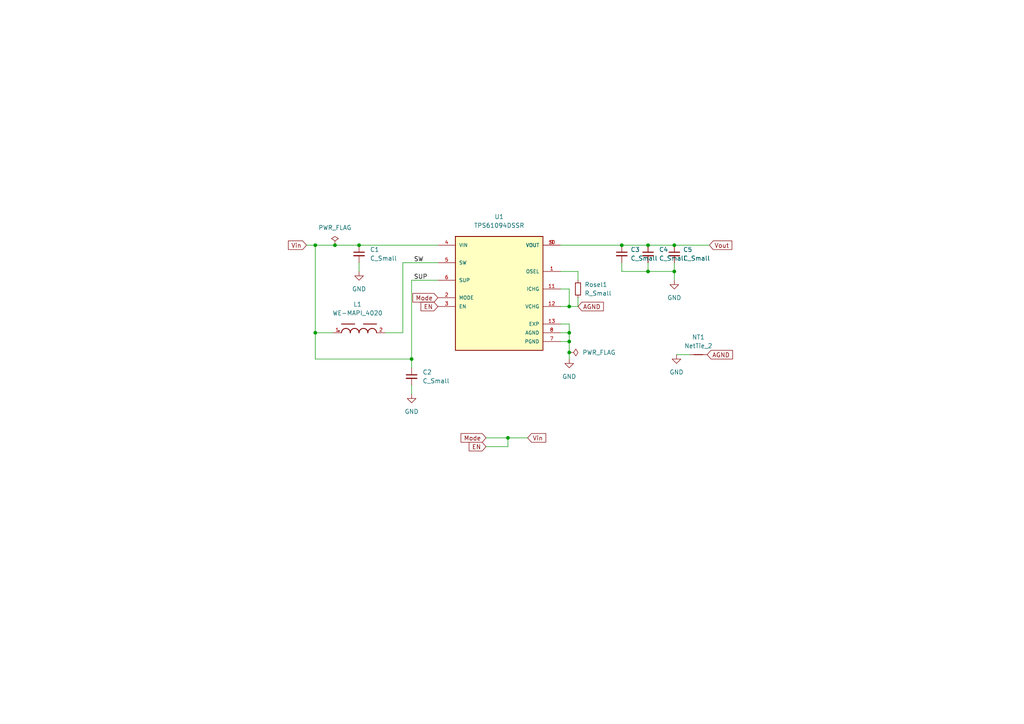
<source format=kicad_sch>
(kicad_sch (version 20211123) (generator eeschema)
  (paper "A4")
  (title_block (title "<<ID>>_<<project_name>>") (date "<<date>>") (rev "<<version>>") (comment 4 "<<hash>>"))
  (lib_symbols
    (symbol "Device:C_Small" (pin_numbers hide) (pin_names (offset 0.254) hide)
      (property "Reference" "C" (at 0.254 1.778 0))
      (property "Value" "C_Small" (at 0.254 -2.032 0))
      (symbol "C_Small_0_1"
        (polyline (pts (xy -1.524 -0.508) (xy 1.524 -0.508)) (stroke (width 0.3302)))
        (polyline (pts (xy -1.524 0.508) (xy 1.524 0.508)) (stroke (width 0.3048)))
      )
      (symbol "C_Small_1_1"
        (pin passive line (at 0 2.54 270) (length 2.032) (name "~") (number "1"))
        (pin passive line (at 0 -2.54 90) (length 2.032) (name "~") (number "2"))
      )
    )
    (symbol "Device:NetTie_2" (pin_numbers hide) (pin_names (offset 0) hide) (in_bom no)
      (property "Reference" "NT" (at 0 1.27 0))
      (property "Value" "NetTie_2" (at 0 -1.27 0))
      (symbol "NetTie_2_0_1"
        (polyline (pts (xy -1.27 0) (xy 1.27 0)) (stroke (width 0.254)))
      )
      (symbol "NetTie_2_1_1"
        (pin passive line (at -2.54 0 0) (length 2.54) (name "1") (number "1"))
        (pin passive line (at 2.54 0 180) (length 2.54) (name "2") (number "2"))
      )
    )
    (symbol "Device:R_Small" (pin_numbers hide) (pin_names (offset 0.254) hide)
      (property "Reference" "R" (at 0.762 0.508 0))
      (property "Value" "R_Small" (at 0.762 -1.016 0))
      (symbol "R_Small_0_1"
        (rectangle (start -0.762 1.778) (end 0.762 -1.778) (stroke (width 0.2032)))
      )
      (symbol "R_Small_1_1"
        (pin passive line (at 0 2.54 270) (length 0.762) (name "~") (number "1"))
        (pin passive line (at 0 -2.54 90) (length 0.762) (name "~") (number "2"))
      )
    )
    (symbol "Snapeda:TPS61094DSSR" (pin_names (offset 1.016))
      (property "Reference" "U" (at -12.7 18.542 0))
      (property "Value" "TPS61094DSSR" (at -12.7 -17.78 0))
      (symbol "TPS61094DSSR_0_0"
        (rectangle (start -12.7 -15.24) (end 12.7 17.78) (stroke (width 0.254)) (fill (type background)))
        (pin input line (at 17.78 7.62 180) (length 5.08) (name "OSEL") (number "1"))
        (pin output line (at 17.78 15.24 180) (length 5.08) (name "VOUT") (number "10"))
        (pin input line (at 17.78 2.54 180) (length 5.08) (name "ICHG") (number "11"))
        (pin input line (at 17.78 -2.54 180) (length 5.08) (name "VCHG") (number "12"))
        (pin passive line (at 17.78 -7.62 180) (length 5.08) (name "EXP") (number "13"))
        (pin input line (at -17.78 0 0) (length 5.08) (name "MODE") (number "2"))
        (pin input line (at -17.78 -2.54 0) (length 5.08) (name "EN") (number "3"))
        (pin input line (at -17.78 15.24 0) (length 5.08) (name "VIN") (number "4"))
        (pin passive line (at -17.78 10.16 0) (length 5.08) (name "SW") (number "5"))
        (pin input line (at -17.78 5.08 0) (length 5.08) (name "SUP") (number "6"))
        (pin power_in line (at 17.78 -12.7 180) (length 5.08) (name "PGND") (number "7"))
        (pin power_in line (at 17.78 -10.16 180) (length 5.08) (name "AGND") (number "8"))
        (pin output line (at 17.78 15.24 180) (length 5.08) (name "VOUT") (number "9"))
      )
    )
    (symbol "Snapeda:WE-MAPI_4020" (pin_names (offset 1.016))
      (property "Reference" "L" (at 0 3.81 0))
      (property "Value" "WE-MAPI_4020" (at 0 -2.54 0))
      (symbol "WE-MAPI_4020_0_0"
        (circle (center -5.842 0.508) (radius 0.127) (stroke (width 0.254)))
        (arc (start -2.54 0) (mid -3.81 1.27) (end -5.08 0) (stroke (width 0.254)))
        (arc (start 0 0) (mid -1.27 1.27) (end -2.54 0) (stroke (width 0.254)))
        (polyline (pts (xy -5.08 2.54) (xy -1.27 2.54)) (stroke (width 0.254)))
        (polyline (pts (xy 1.27 2.54) (xy 5.08 2.54)) (stroke (width 0.254)))
        (arc (start 2.54 0) (mid 1.27 1.27) (end 0 0) (stroke (width 0.254)))
        (arc (start 5.08 0) (mid 3.81 1.27) (end 2.54 0) (stroke (width 0.254)))
        (pin passive line (at -7.62 0 0) (length 2.54) (name "~") (number "1"))
        (pin passive line (at 7.62 0 180) (length 2.54) (name "~") (number "2"))
      )
    )
    (symbol "power:GND" (power) (pin_names (offset 0))
      (property "Value" "GND" (at 0 -3.81 0))
      (symbol "GND_0_1"
        (polyline (pts (xy 0 0) (xy 0 -1.27) (xy 1.27 -1.27) (xy 0 -2.54) (xy -1.27 -1.27) (xy 0 -1.27)))
      )
      (symbol "GND_1_1"
        (pin power_in line (at 0 0 270) (length 0) hide (name "GND") (number "1"))
      )
    )
    (symbol "power:PWR_FLAG" (power) (pin_numbers hide) (pin_names (offset 0) hide)
      (property "Value" "PWR_FLAG" (at 0 3.81 0))
      (symbol "PWR_FLAG_0_0"
        (pin power_out line (at 0 0 90) (length 0) (name "pwr") (number "1"))
      )
      (symbol "PWR_FLAG_0_1"
        (polyline (pts (xy 0 0) (xy 0 1.27) (xy -1.016 1.905) (xy 0 2.54) (xy 1.016 1.905) (xy 0 1.27)))
      )
    )
  )
  (junction (at 195.58 78.74))
  (junction (at 180.34 71.12))
  (junction (at 147.32 127))
  (junction (at 165.1 102.235))
  (junction (at 165.1 88.9))
  (junction (at 91.44 96.52))
  (junction (at 97.155 71.12))
  (junction (at 195.58 71.12))
  (junction (at 187.96 71.12))
  (junction (at 91.44 71.12))
  (junction (at 187.96 78.74))
  (junction (at 119.38 104.14))
  (junction (at 104.14 71.12))
  (junction (at 165.1 96.52))
  (junction (at 165.1 99.06))
  (wire (pts (xy 116.84 76.2) (xy 116.84 96.52)))
  (wire (pts (xy 97.155 71.12) (xy 104.14 71.12)))
  (wire (pts (xy 167.64 86.36) (xy 167.64 88.9)))
  (wire (pts (xy 195.58 76.2) (xy 195.58 78.74)))
  (wire (pts (xy 165.1 93.98) (xy 165.1 96.52)))
  (wire (pts (xy 162.56 99.06) (xy 165.1 99.06)))
  (wire (pts (xy 147.32 127) (xy 147.32 129.54)))
  (wire (pts (xy 162.56 93.98) (xy 165.1 93.98)))
  (wire (pts (xy 91.44 71.12) (xy 97.155 71.12)))
  (wire (pts (xy 119.38 81.28) (xy 127 81.28)))
  (wire (pts (xy 119.38 81.28) (xy 119.38 104.14)))
  (wire (pts (xy 187.96 76.2) (xy 187.96 78.74)))
  (wire (pts (xy 162.56 83.82) (xy 165.1 83.82)))
  (wire (pts (xy 111.76 96.52) (xy 116.84 96.52)))
  (wire (pts (xy 162.56 88.9) (xy 165.1 88.9)))
  (wire (pts (xy 119.38 106.68) (xy 119.38 104.14)))
  (wire (pts (xy 165.1 96.52) (xy 165.1 99.06)))
  (wire (pts (xy 88.9 71.12) (xy 91.44 71.12)))
  (wire (pts (xy 147.32 127) (xy 153.035 127)))
  (wire (pts (xy 119.38 104.14) (xy 91.44 104.14)))
  (wire (pts (xy 165.1 99.06) (xy 165.1 102.235)))
  (wire (pts (xy 195.58 78.74) (xy 195.58 81.28)))
  (wire (pts (xy 165.1 88.9) (xy 167.64 88.9)))
  (wire (pts (xy 195.58 71.12) (xy 205.74 71.12)))
  (wire (pts (xy 187.96 71.12) (xy 195.58 71.12)))
  (wire (pts (xy 140.97 127) (xy 147.32 127)))
  (wire (pts (xy 119.38 111.76) (xy 119.38 114.3)))
  (wire (pts (xy 162.56 71.12) (xy 180.34 71.12)))
  (wire (pts (xy 91.44 71.12) (xy 91.44 96.52)))
  (wire (pts (xy 162.56 96.52) (xy 165.1 96.52)))
  (wire (pts (xy 165.1 102.235) (xy 165.1 104.14)))
  (wire (pts (xy 91.44 96.52) (xy 96.52 96.52)))
  (wire (pts (xy 104.14 71.12) (xy 127 71.12)))
  (wire (pts (xy 167.64 78.74) (xy 167.64 81.28)))
  (wire (pts (xy 147.32 129.54) (xy 140.97 129.54)))
  (wire (pts (xy 104.14 76.2) (xy 104.14 78.74)))
  (wire (pts (xy 196.215 102.87) (xy 200.025 102.87)))
  (wire (pts (xy 91.44 96.52) (xy 91.44 104.14)))
  (wire (pts (xy 180.34 71.12) (xy 187.96 71.12)))
  (wire (pts (xy 162.56 78.74) (xy 167.64 78.74)))
  (wire (pts (xy 180.34 78.74) (xy 187.96 78.74)))
  (wire (pts (xy 165.1 83.82) (xy 165.1 88.9)))
  (wire (pts (xy 180.34 76.2) (xy 180.34 78.74)))
  (wire (pts (xy 116.84 76.2) (xy 127 76.2)))
  (wire (pts (xy 187.96 78.74) (xy 195.58 78.74)))
  (label "SUP" (at 120.015 81.28 0))
  (label "SW" (at 120.015 76.2 0))
  (global_label "EN" (shape input) (at 127 88.9 180) (property "Referenzen zwischen Schaltplänen" "${INTERSHEET_REFS}" (effects hide)))
  (global_label "Vin" (shape input) (at 88.9 71.12 180) (property "Referenzen zwischen Schaltplänen" "${INTERSHEET_REFS}" (effects hide)))
  (global_label "EN" (shape input) (at 140.97 129.54 180) (property "Referenzen zwischen Schaltplänen" "${INTERSHEET_REFS}" (effects hide)))
  (global_label "Mode" (shape input) (at 127 86.36 180) (property "Referenzen zwischen Schaltplänen" "${INTERSHEET_REFS}" (effects hide)))
  (global_label "AGND" (shape input) (at 167.64 88.9 0) (property "Referenzen zwischen Schaltplänen" "${INTERSHEET_REFS}" (effects hide)))
  (global_label "Vin" (shape input) (at 153.035 127 0) (property "Referenzen zwischen Schaltplänen" "${INTERSHEET_REFS}" (effects hide)))
  (global_label "AGND" (shape input) (at 205.105 102.87 0) (property "Referenzen zwischen Schaltplänen" "${INTERSHEET_REFS}" (effects hide)))
  (global_label "Vout" (shape input) (at 205.74 71.12 0) (property "Referenzen zwischen Schaltplänen" "${INTERSHEET_REFS}" (effects hide)))
  (global_label "Mode" (shape input) (at 140.97 127 180) (property "Referenzen zwischen Schaltplänen" "${INTERSHEET_REFS}" (effects hide)))
  (symbol (lib_id "power:PWR_FLAG") (at 165.1 102.235 270) (unit 1)
    (property "Reference" "#FLG01" (effects hide))
    (property "Value" "PWR_FLAG" (at 168.91 102.2349 90) (effects (justify left)))
  )
  (symbol (lib_id "Device:C_Small") (at 180.34 73.66 0) (unit 1)
    (property "Reference" "C3" (at 182.88 72.3962 0) (effects (justify left)))
    (property "Value" "C_Small" (at 182.88 74.9362 0) (effects (justify left)))
    (property "Footprint" "Capacitor_SMD:C_0805_2012Metric" (effects hide))
  )
  (symbol (lib_id "power:GND") (at 104.14 78.74 0) (unit 1)
    (property "Reference" "#PWR0101" (effects hide))
    (property "Value" "GND" (at 104.14 83.82 0))
  )
  (symbol (lib_id "Snapeda:WE-MAPI_4020") (at 104.14 96.52 0) (unit 1)
    (property "Reference" "L1" (at 103.6955 88.265 0))
    (property "Value" "WE-MAPI_4020" (at 103.6955 90.805 0))
    (property "Footprint" "Snapeda:WE-MAPI_4020_WE-MAPI_4020" (effects hide))
    (property "MF" "Würth Elektronik" (effects hide))
    (property "Description" "\n                        \n                            WE-MAPI ; Shielded Wire-wound SMD Inductor with Magnetic Iron Alloy Core, 2.2 µH | Wurth Electronics 74438356022\n                        \n" (effects hide))
    (property "Package" "SMD-2 Würth Elektronik" (effects hide))
    (property "Price" "None" (effects hide))
    (property "SnapEDA_Link" "https://www.snapeda.com/parts/74438356022/W%25C3%25BCrth+Elektronik+Midcom/view-part/?ref=snap" (effects hide))
    (property "MP" "74438356022" (effects hide))
    (property "Availability" "In Stock" (effects hide))
    (property "Check_prices" "https://www.snapeda.com/parts/74438356022/W%25C3%25BCrth+Elektronik+Midcom/view-part/?ref=eda" (effects hide))
  )
  (symbol (lib_id "Device:C_Small") (at 195.58 73.66 0) (unit 1)
    (property "Reference" "C5" (at 198.12 72.3962 0) (effects (justify left)))
    (property "Value" "C_Small" (at 198.12 74.9362 0) (effects (justify left)))
    (property "Footprint" "Capacitor_SMD:C_0805_2012Metric" (effects hide))
  )
  (symbol (lib_id "power:GND") (at 119.38 114.3 0) (unit 1)
    (property "Reference" "#PWR0102" (effects hide))
    (property "Value" "GND" (at 119.38 119.38 0))
  )
  (symbol (lib_id "Device:C_Small") (at 187.96 73.66 0) (unit 1)
    (property "Reference" "C4" (at 191.135 72.3962 0) (effects (justify left)))
    (property "Value" "C_Small" (at 191.135 74.9362 0) (effects (justify left)))
    (property "Footprint" "Capacitor_SMD:C_0805_2012Metric" (effects hide))
  )
  (symbol (lib_id "Device:R_Small") (at 167.64 83.82 0) (unit 1)
    (property "Reference" "Rosel1" (at 169.545 82.5499 0) (effects (justify left)))
    (property "Value" "R_Small" (at 169.545 85.0899 0) (effects (justify left)))
    (property "Footprint" "Resistor_SMD:R_0805_2012Metric" (effects hide))
  )
  (symbol (lib_id "power:GND") (at 196.215 102.87 0) (unit 1)
    (property "Reference" "#PWR0105" (effects hide))
    (property "Value" "GND" (at 196.215 107.95 0))
  )
  (symbol (lib_id "power:PWR_FLAG") (at 97.155 71.12 0) (unit 1)
    (property "Reference" "#FLG0101" (effects hide))
    (property "Value" "PWR_FLAG" (at 97.155 66.04 0))
  )
  (symbol (lib_id "power:GND") (at 195.58 81.28 0) (unit 1)
    (property "Reference" "#PWR0103" (effects hide))
    (property "Value" "GND" (at 195.58 86.36 0))
  )
  (symbol (lib_id "Device:NetTie_2") (at 202.565 102.87 0) (unit 1) (in_bom no)
    (property "Reference" "NT1" (at 202.565 97.79 0))
    (property "Value" "NetTie_2" (at 202.565 100.33 0))
    (property "Footprint" "NetTie:NetTie-2_SMD_Pad0.5mm" (effects hide))
  )
  (symbol (lib_id "power:GND") (at 165.1 104.14 0) (unit 1)
    (property "Reference" "#PWR0104" (effects hide))
    (property "Value" "GND" (at 165.1 109.22 0))
  )
  (symbol (lib_id "Device:C_Small") (at 104.14 73.66 0) (unit 1)
    (property "Reference" "C1" (at 107.315 72.3962 0) (effects (justify left)))
    (property "Value" "C_Small" (at 107.315 74.9362 0) (effects (justify left)))
    (property "Footprint" "Capacitor_SMD:C_0805_2012Metric" (effects hide))
  )
  (symbol (lib_id "Snapeda:TPS61094DSSR") (at 144.78 86.36 0) (unit 1)
    (property "Reference" "U1" (at 144.78 62.865 0))
    (property "Value" "TPS61094DSSR" (at 144.78 65.405 0))
    (property "Footprint" "Snapeda:TPS61094DSSR_SON50P300X200X80-13N" (effects hide))
    (property "SNAPEDA_PACKAGE_ID" "56612" (effects hide))
    (property "B_NOM" "0.25" (effects hide))
    (property "D_MAX" "3.1" (effects hide))
    (property "Check_prices" "https://www.snapeda.com/parts/TPS61094DSSR/Texas+Instruments/view-part/?ref=eda" (effects hide))
    (property "B_MAX" "0.3" (effects hide))
    (property "Description" "\n                        \n                            60-nA quiescent current bi-directional buck/boost converter with bypass mode\n                        \n" (effects hide))
    (property "Price" "None" (effects hide))
    (property "ENOM" "0.5" (effects hide))
    (property "D_NOM" "3.0" (effects hide))
    (property "L_MAX" "0.326" (effects hide))
    (property "A_MAX" "0.8" (effects hide))
    (property "Package" "Package" (effects hide))
    (property "E2_NOM" "1.0" (effects hide))
    (property "D2_NOM" "2.65" (effects hide))
    (property "PARTREV" "C" (effects hide))
    (property "SnapEDA_Link" "https://www.snapeda.com/parts/TPS61094DSSR/Texas+Instruments/view-part/?ref=snap" (effects hide))
    (property "E_NOM" "2.0" (effects hide))
    (property "B_MIN" "0.2" (effects hide))
    (property "STANDARD" "IPC 7351B" (effects hide))
    (property "PIN_COUNT" "12.0" (effects hide))
    (property "L_NOM" "0.3" (effects hide))
    (property "MANUFACTURER" "Texas Instruments" (effects hide))
    (property "MF" "Texas Instruments" (effects hide))
    (property "E_MIN" "1.9" (effects hide))
    (property "D_MIN" "2.9" (effects hide))
    (property "MP" "TPS61094DSSR" (effects hide))
    (property "L_MIN" "0.226" (effects hide))
    (property "Availability" "In Stock" (effects hide))
    (property "E_MAX" "2.1" (effects hide))
  )
  (symbol (lib_id "Device:C_Small") (at 119.38 109.22 0) (unit 1)
    (property "Reference" "C2" (at 122.555 107.9562 0) (effects (justify left)))
    (property "Value" "C_Small" (at 122.555 110.4962 0) (effects (justify left)))
    (property "Footprint" "Capacitor_SMD:C_0805_2012Metric" (effects hide))
  )
)
</source>
